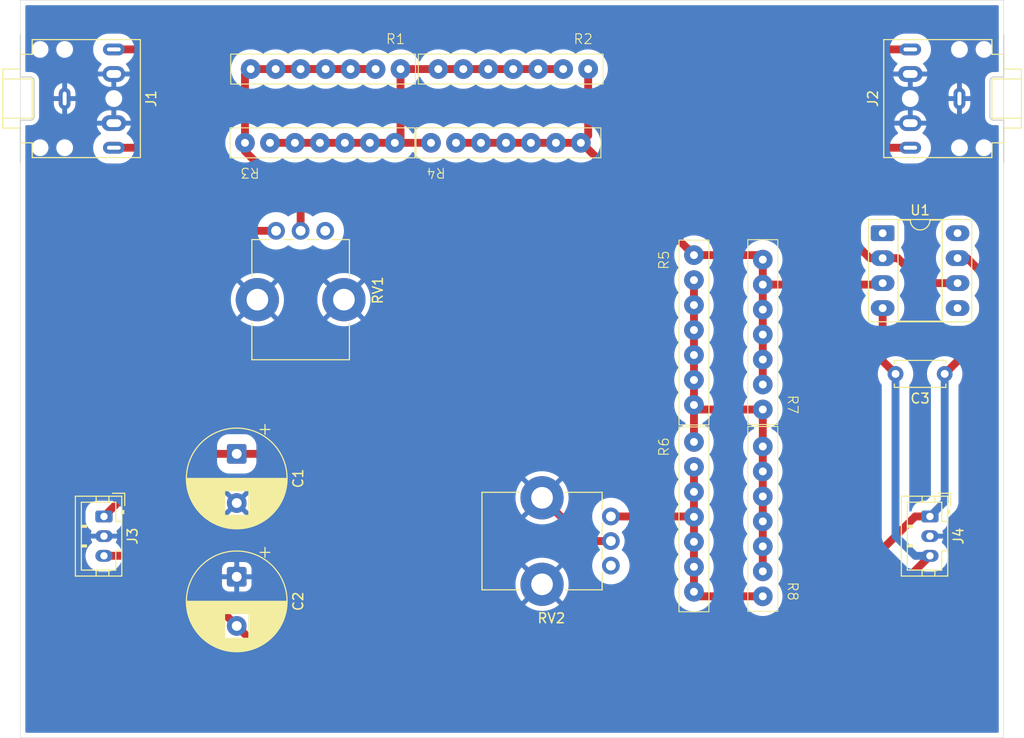
<source format=kicad_pcb>
(kicad_pcb (version 20241229) (generator "pcbnew") (generator_version "9.0")
  (layers (0 "F.Cu" signal) (2 "B.Cu" signal) (13 "F.Paste" user) (15 "B.Paste" user) (5 "F.SilkS" user "F.Silkscreen") (7 "B.SilkS" user "B.Silkscreen") (1 "F.Mask" user) (3 "B.Mask" user) (25 "Edge.Cuts" user))
  (net 0 "")
  (net 1 "GND")
  (net 2 "VDD")
  (net 3 "VEE")
  (net 4 "Net-(R1-Pad2)")
  (net 5 "Net-(R1-Pad1)")
  (net 6 "Net-(U1-+)")
  (net 12 "Net-(J1-PadR)")
  (net 13 "Net-(R5-Pad2)")
  (net 14 "Net-(R6-Pad2)")
  (net 15 "Net-(U1--)")
  (footprint "universal-RLC:Universal-RLC" (layer "F.Cu") (at 125.5 83.492 -90)
    (property "Reference" "R7" (at 7.62 -3.048 270) (layer "F.SilkS") (effects (font (thickness 0.1))))
    (property "Value" "R")
    (pad "1" thru_hole circle (at 8.128 0 270) (size 2 2) (drill 0.8) (layers "*.Cu" "*.Mask") (net 13 "Net-(R5-Pad2)"))
    (pad "2" thru_hole circle (at -7.112 0 270) (size 2 2) (drill 0.8) (layers "*.Cu" "*.Mask") (net 6 "Net-(U1-+)"))
    (pad "2" thru_hole circle (at -4.572 0 270) (size 2 2) (drill 0.8) (layers "*.Cu" "*.Mask") (net 6 "Net-(U1-+)"))
    (pad "2" thru_hole circle (at -2.032 0 270) (size 2 2) (drill 0.8) (layers "*.Cu" "*.Mask") (net 6 "Net-(U1-+)"))
    (pad "2" thru_hole circle (at 0.508 0 270) (size 2 2) (drill 0.8) (layers "*.Cu" "*.Mask") (net 6 "Net-(U1-+)"))
    (pad "2" thru_hole circle (at 3.048 0 270) (size 2 2) (drill 0.8) (layers "*.Cu" "*.Mask") (net 6 "Net-(U1-+)"))
    (pad "2" thru_hole circle (at 5.588 0 270) (size 2 2) (drill 0.8) (layers "*.Cu" "*.Mask") (net 6 "Net-(U1-+)"))
  )
  (footprint "universal-RLC:Universal-RLC" (layer "F.Cu") (at 99.888 64.5 180)
    (property "Reference" "R4" (at 7.62 -3.048 180) (layer "F.SilkS") (effects (font (thickness 0.1))))
    (property "Value" "R")
    (pad "1" thru_hole circle (at 8.128 0 180) (size 2 2) (drill 0.8) (layers "*.Cu" "*.Mask") (net 5 "Net-(R1-Pad1)"))
    (pad "2" thru_hole circle (at -7.112 0 180) (size 2 2) (drill 0.8) (layers "*.Cu" "*.Mask") (net 6 "Net-(U1-+)"))
    (pad "2" thru_hole circle (at -4.572 0 180) (size 2 2) (drill 0.8) (layers "*.Cu" "*.Mask") (net 6 "Net-(U1-+)"))
    (pad "2" thru_hole circle (at -2.032 0 180) (size 2 2) (drill 0.8) (layers "*.Cu" "*.Mask") (net 6 "Net-(U1-+)"))
    (pad "2" thru_hole circle (at 0.508 0 180) (size 2 2) (drill 0.8) (layers "*.Cu" "*.Mask") (net 6 "Net-(U1-+)"))
    (pad "2" thru_hole circle (at 3.048 0 180) (size 2 2) (drill 0.8) (layers "*.Cu" "*.Mask") (net 6 "Net-(U1-+)"))
    (pad "2" thru_hole circle (at 5.588 0 180) (size 2 2) (drill 0.8) (layers "*.Cu" "*.Mask") (net 6 "Net-(U1-+)"))
  )
  (footprint "Capacitor_THT:CP_Radial_D10.0mm_P5.00mm" (layer "F.Cu") (at 72 96.132323 -90)
    (property "Reference" "C1" (at 2.5 -6.25 90) (layer "F.SilkS"))
    (property "Value" "C_Polarized")
    (pad "1" thru_hole roundrect (at 0 0 270) (size 2 2) (drill 1) (layers "*.Cu" "*.Mask") (roundrect_rratio 0.125) (net 2 "VDD"))
    (pad "2" thru_hole circle (at 5 0 270) (size 2 2) (drill 1) (layers "*.Cu" "*.Mask") (net 1 "GND"))
  )
  (footprint "Connector_JST:JST_PH_B3B-PH-K_1x03_P2.00mm_Vertical" (layer "F.Cu") (at 142.5 102.5 -90)
    (property "Reference" "J4" (at 2 -2.9 90) (layer "F.SilkS"))
    (property "Value" "Conn_01x03")
    (pad "1" thru_hole roundrect (at 0 0 270) (size 1.2 1.75) (drill 0.75) (layers "*.Cu" "*.Mask") (roundrect_rratio 0.208333) (net 2 "VDD"))
    (pad "2" thru_hole oval (at 2 0 270) (size 1.2 1.75) (drill 0.75) (layers "*.Cu" "*.Mask") (net 1 "GND"))
    (pad "3" thru_hole oval (at 4 0 270) (size 1.2 1.75) (drill 0.75) (layers "*.Cu" "*.Mask") (net 3 "VEE"))
  )
  (footprint "universal-RLC:Universal-RLC" (layer "F.Cu") (at 118.5 103.048 90)
    (property "Reference" "R6" (at 7.62 -3.048 90) (layer "F.SilkS") (effects (font (thickness 0.1))))
    (property "Value" "R")
    (pad "1" thru_hole circle (at 8.128 0 90) (size 2 2) (drill 0.8) (layers "*.Cu" "*.Mask") (net 13 "Net-(R5-Pad2)"))
    (pad "2" thru_hole circle (at -7.112 0 90) (size 2 2) (drill 0.8) (layers "*.Cu" "*.Mask") (net 14 "Net-(R6-Pad2)"))
    (pad "2" thru_hole circle (at -4.572 0 90) (size 2 2) (drill 0.8) (layers "*.Cu" "*.Mask") (net 14 "Net-(R6-Pad2)"))
    (pad "2" thru_hole circle (at -2.032 0 90) (size 2 2) (drill 0.8) (layers "*.Cu" "*.Mask") (net 14 "Net-(R6-Pad2)"))
    (pad "2" thru_hole circle (at 0.508 0 90) (size 2 2) (drill 0.8) (layers "*.Cu" "*.Mask") (net 14 "Net-(R6-Pad2)"))
    (pad "2" thru_hole circle (at 3.048 0 90) (size 2 2) (drill 0.8) (layers "*.Cu" "*.Mask") (net 14 "Net-(R6-Pad2)"))
    (pad "2" thru_hole circle (at 5.588 0 90) (size 2 2) (drill 0.8) (layers "*.Cu" "*.Mask") (net 14 "Net-(R6-Pad2)"))
  )
  (footprint "universal-RLC:Universal-RLC" (layer "F.Cu") (at 80.532 57)
    (property "Reference" "R1" (at 7.62 -3.048 0) (layer "F.SilkS") (effects (font (thickness 0.1))))
    (property "Value" "R")
    (pad "1" thru_hole circle (at 8.128 0) (size 2 2) (drill 0.8) (layers "*.Cu" "*.Mask") (net 5 "Net-(R1-Pad1)"))
    (pad "2" thru_hole circle (at -7.112 0) (size 2 2) (drill 0.8) (layers "*.Cu" "*.Mask") (net 4 "Net-(R1-Pad2)"))
    (pad "2" thru_hole circle (at -4.572 0) (size 2 2) (drill 0.8) (layers "*.Cu" "*.Mask") (net 4 "Net-(R1-Pad2)"))
    (pad "2" thru_hole circle (at -2.032 0) (size 2 2) (drill 0.8) (layers "*.Cu" "*.Mask") (net 4 "Net-(R1-Pad2)"))
    (pad "2" thru_hole circle (at 0.508 0) (size 2 2) (drill 0.8) (layers "*.Cu" "*.Mask") (net 4 "Net-(R1-Pad2)"))
    (pad "2" thru_hole circle (at 3.048 0) (size 2 2) (drill 0.8) (layers "*.Cu" "*.Mask") (net 4 "Net-(R1-Pad2)"))
    (pad "2" thru_hole circle (at 5.588 0) (size 2 2) (drill 0.8) (layers "*.Cu" "*.Mask") (net 4 "Net-(R1-Pad2)"))
  )
  (footprint "Potentiometer_THT:Potentiometer_Bourns_PTV09A-1_Single_Vertical" (layer "F.Cu") (at 110.05 102.5 180)
    (property "Reference" "RV2" (at 6.05 -10.35 0) (layer "F.SilkS"))
    (property "Value" "R_Potentiometer_MountingPin")
    (pad "1" thru_hole circle (at 0 0 180) (size 1.8 1.8) (drill 1) (layers "*.Cu" "*.Mask") (net 14 "Net-(R6-Pad2)"))
    (pad "2" thru_hole circle (at 0 -2.5 180) (size 1.8 1.8) (drill 1) (layers "*.Cu" "*.Mask") (net 1 "GND"))
    (pad "3" thru_hole circle (at 0 -5 180) (size 1.8 1.8) (drill 1) (layers "*.Cu" "*.Mask"))
    (pad "MP" thru_hole circle (at 7 -6.9 180) (size 4.4 4.4) (drill 2.2) (layers "*.Cu" "*.Mask") (net 1 "GND"))
    (pad "MP" thru_hole circle (at 7 1.9 180) (size 4.4 4.4) (drill 2.2) (layers "*.Cu" "*.Mask") (net 1 "GND"))
  )
  (footprint "Capacitor_THT:C_Disc_D5.0mm_W2.5mm_P5.00mm" (layer "F.Cu") (at 144 88 180)
    (property "Reference" "C3" (at 2.5 -2.5 0) (layer "F.SilkS"))
    (property "Value" "C")
    (pad "1" thru_hole circle (at 0 0 180) (size 1.6 1.6) (drill 0.8) (layers "*.Cu" "*.Mask") (net 2 "VDD"))
    (pad "2" thru_hole circle (at 5 0 180) (size 1.6 1.6) (drill 0.8) (layers "*.Cu" "*.Mask") (net 3 "VEE"))
  )
  (footprint "Potentiometer_THT:Potentiometer_Bourns_PTV09A-1_Single_Vertical" (layer "F.Cu") (at 76 73.45 -90)
    (property "Reference" "RV1" (at 6.05 -10.35 90) (layer "F.SilkS"))
    (property "Value" "R_Potentiometer_MountingPin")
    (pad "1" thru_hole circle (at 0 0 270) (size 1.8 1.8) (drill 1) (layers "*.Cu" "*.Mask") (net 12 "Net-(J1-PadR)"))
    (pad "2" thru_hole circle (at 0 -2.5 270) (size 1.8 1.8) (drill 1) (layers "*.Cu" "*.Mask") (net 4 "Net-(R1-Pad2)"))
    (pad "3" thru_hole circle (at 0 -5 270) (size 1.8 1.8) (drill 1) (layers "*.Cu" "*.Mask"))
    (pad "MP" thru_hole circle (at 7 -6.9 270) (size 4.4 4.4) (drill 2.2) (layers "*.Cu" "*.Mask") (net 1 "GND"))
    (pad "MP" thru_hole circle (at 7 1.9 270) (size 4.4 4.4) (drill 2.2) (layers "*.Cu" "*.Mask") (net 1 "GND"))
  )
  (footprint "Connector_Audio:Jack_3.5mm_CUI_SJ1-3525N_Horizontal" (layer "F.Cu") (at 54.5 60 -90)
    (property "Reference" "J1" (at 0 -8.8 90) (layer "F.SilkS"))
    (property "Value" "AudioJack3_SwitchTR")
    (fp_line (start -2.2 4.5) (end -6.5 4.5) (stroke (width 0.12)) (layer "Edge.Cuts"))
    (fp_line (start 2.2 4.5) (end 6.5 4.5) (stroke (width 0.12)) (layer "Edge.Cuts"))
    (fp_line (start -2.2 3.5) (end -2.2 4.5) (stroke (width 0.12)) (layer "Edge.Cuts"))
    (fp_line (start 2.2 3.5) (end 2.2 4.5) (stroke (width 0.12)) (layer "Edge.Cuts"))
    (fp_line (start 1.8 3.1) (end -1.8 3.1) (stroke (width 0.12)) (layer "Edge.Cuts"))
    (fp_arc (start -2.2 3.5) (mid -2.082842 3.217158) (end -1.8 3.1) (stroke (width 0.12)) (layer "Edge.Cuts"))
    (fp_arc (start 1.8 3.1) (mid 2.082843 3.217157) (end 2.2 3.5) (stroke (width 0.12)) (layer "Edge.Cuts"))
    (pad "" np_thru_hole circle (at -5 0 270) (size 1.2 1.2) (drill 1.2) (layers "*.Cu" "*.Mask"))
    (pad "" np_thru_hole circle (at -5 2.5 270) (size 1.2 1.2) (drill 1.2) (layers "*.Cu" "*.Mask"))
    (pad "" np_thru_hole circle (at 0 -5 270) (size 1.2 1.2) (drill 1.2) (layers "*.Cu" "*.Mask"))
    (pad "" np_thru_hole circle (at 5 0 270) (size 1.2 1.2) (drill 1.2) (layers "*.Cu" "*.Mask"))
    (pad "" np_thru_hole circle (at 5 2.5 270) (size 1.2 1.2) (drill 1.2) (layers "*.Cu" "*.Mask"))
    (pad "R" thru_hole oval (at -5 -5 270) (size 1.2 2.2) (drill oval 0.4 1.4) (layers "*.Cu" "*.Mask") (net 12 "Net-(J1-PadR)"))
    (pad "RN" thru_hole oval (at -2.5 -5 270) (size 1.6 2.3) (drill oval 0.8 1.5) (layers "*.Cu" "*.Mask") (net 1 "GND"))
    (pad "S" thru_hole oval (at 0 0 270) (size 2.2 1.2) (drill oval 1.4 0.4) (layers "*.Cu" "*.Mask") (net 1 "GND"))
    (pad "T" thru_hole oval (at 5 -5 90) (size 1.2 2.2) (drill oval 0.4 1.4) (layers "*.Cu" "*.Mask") (net 12 "Net-(J1-PadR)"))
    (pad "TN" thru_hole oval (at 2.5 -5 90) (size 1.6 2.5) (drill oval 0.8 1.5) (layers "*.Cu" "*.Mask") (net 1 "GND"))
  )
  (footprint "Connector_Audio:Jack_3.5mm_CUI_SJ1-3525N_Horizontal" (layer "F.Cu") (at 145.5 60 90)
    (property "Reference" "J2" (at 0 -8.8 90) (layer "F.SilkS"))
    (property "Value" "AudioJack3_SwitchTR")
    (fp_line (start 1.8 3.1) (end -1.8 3.1) (stroke (width 0.12)) (layer "Edge.Cuts"))
    (fp_line (start 2.2 3.5) (end 2.2 4.5) (stroke (width 0.12)) (layer "Edge.Cuts"))
    (fp_line (start -2.2 3.5) (end -2.2 4.5) (stroke (width 0.12)) (layer "Edge.Cuts"))
    (fp_line (start 2.2 4.5) (end 6.5 4.5) (stroke (width 0.12)) (layer "Edge.Cuts"))
    (fp_line (start -2.2 4.5) (end -6.5 4.5) (stroke (width 0.12)) (layer "Edge.Cuts"))
    (fp_arc (start 1.8 3.1) (mid 2.082843 3.217157) (end 2.2 3.5) (stroke (width 0.12)) (layer "Edge.Cuts"))
    (fp_arc (start -2.2 3.5) (mid -2.082842 3.217158) (end -1.8 3.1) (stroke (width 0.12)) (layer "Edge.Cuts"))
    (pad "" np_thru_hole circle (at -5 0 90) (size 1.2 1.2) (drill 1.2) (layers "*.Cu" "*.Mask"))
    (pad "" np_thru_hole circle (at -5 2.5 90) (size 1.2 1.2) (drill 1.2) (layers "*.Cu" "*.Mask"))
    (pad "" np_thru_hole circle (at 0 -5 90) (size 1.2 1.2) (drill 1.2) (layers "*.Cu" "*.Mask"))
    (pad "" np_thru_hole circle (at 5 0 90) (size 1.2 1.2) (drill 1.2) (layers "*.Cu" "*.Mask"))
    (pad "" np_thru_hole circle (at 5 2.5 90) (size 1.2 1.2) (drill 1.2) (layers "*.Cu" "*.Mask"))
    (pad "R" thru_hole oval (at -5 -5 90) (size 1.2 2.2) (drill oval 0.4 1.4) (layers "*.Cu" "*.Mask") (net 15 "Net-(U1--)"))
    (pad "RN" thru_hole oval (at -2.5 -5 90) (size 1.6 2.3) (drill oval 0.8 1.5) (layers "*.Cu" "*.Mask") (net 1 "GND"))
    (pad "S" thru_hole oval (at 0 0 90) (size 2.2 1.2) (drill oval 1.4 0.4) (layers "*.Cu" "*.Mask") (net 1 "GND"))
    (pad "T" thru_hole oval (at 5 -5 270) (size 1.2 2.2) (drill oval 0.4 1.4) (layers "*.Cu" "*.Mask") (net 15 "Net-(U1--)"))
    (pad "TN" thru_hole oval (at 2.5 -5 270) (size 1.6 2.5) (drill oval 0.8 1.5) (layers "*.Cu" "*.Mask") (net 1 "GND"))
  )
  (footprint "universal-RLC:Universal-RLC" (layer "F.Cu") (at 99.612 57)
    (property "Reference" "R2" (at 7.62 -3.048 0) (layer "F.SilkS") (effects (font (thickness 0.1))))
    (property "Value" "R")
    (pad "1" thru_hole circle (at 8.128 0) (size 2 2) (drill 0.8) (layers "*.Cu" "*.Mask") (net 6 "Net-(U1-+)"))
    (pad "2" thru_hole circle (at -7.112 0) (size 2 2) (drill 0.8) (layers "*.Cu" "*.Mask") (net 5 "Net-(R1-Pad1)"))
    (pad "2" thru_hole circle (at -4.572 0) (size 2 2) (drill 0.8) (layers "*.Cu" "*.Mask") (net 5 "Net-(R1-Pad1)"))
    (pad "2" thru_hole circle (at -2.032 0) (size 2 2) (drill 0.8) (layers "*.Cu" "*.Mask") (net 5 "Net-(R1-Pad1)"))
    (pad "2" thru_hole circle (at 0.508 0) (size 2 2) (drill 0.8) (layers "*.Cu" "*.Mask") (net 5 "Net-(R1-Pad1)"))
    (pad "2" thru_hole circle (at 3.048 0) (size 2 2) (drill 0.8) (layers "*.Cu" "*.Mask") (net 5 "Net-(R1-Pad1)"))
    (pad "2" thru_hole circle (at 5.588 0) (size 2 2) (drill 0.8) (layers "*.Cu" "*.Mask") (net 5 "Net-(R1-Pad1)"))
  )
  (footprint "Connector_JST:JST_PH_B3B-PH-K_1x03_P2.00mm_Vertical" (layer "F.Cu") (at 58.5 102.5 -90)
    (property "Reference" "J3" (at 2 -2.9 90) (layer "F.SilkS"))
    (property "Value" "Conn_01x03")
    (pad "1" thru_hole roundrect (at 0 0 270) (size 1.2 1.75) (drill 0.75) (layers "*.Cu" "*.Mask") (roundrect_rratio 0.208333) (net 2 "VDD"))
    (pad "2" thru_hole oval (at 2 0 270) (size 1.2 1.75) (drill 0.75) (layers "*.Cu" "*.Mask") (net 1 "GND"))
    (pad "3" thru_hole oval (at 4 0 270) (size 1.2 1.75) (drill 0.75) (layers "*.Cu" "*.Mask") (net 3 "VEE"))
  )
  (footprint "Package_DIP:DIP-8_W7.62mm_Socket_LongPads" (layer "F.Cu") (at 137.69 73.69)
    (property "Reference" "U1" (at 3.81 -2.33 0) (layer "F.SilkS"))
    (property "Value" "LM318N")
    (pad "1" thru_hole roundrect (at 0 0) (size 2.4 1.6) (drill 0.8) (layers "*.Cu" "*.Mask") (roundrect_rratio 0.15625))
    (pad "2" thru_hole oval (at 0 2.54) (size 2.4 1.6) (drill 0.8) (layers "*.Cu" "*.Mask") (net 15 "Net-(U1--)"))
    (pad "3" thru_hole oval (at 0 5.08) (size 2.4 1.6) (drill 0.8) (layers "*.Cu" "*.Mask") (net 6 "Net-(U1-+)"))
    (pad "4" thru_hole oval (at 0 7.62) (size 2.4 1.6) (drill 0.8) (layers "*.Cu" "*.Mask") (net 3 "VEE"))
    (pad "5" thru_hole oval (at 7.62 7.62) (size 2.4 1.6) (drill 0.8) (layers "*.Cu" "*.Mask"))
    (pad "6" thru_hole oval (at 7.62 5.08) (size 2.4 1.6) (drill 0.8) (layers "*.Cu" "*.Mask") (net 15 "Net-(U1--)"))
    (pad "7" thru_hole oval (at 7.62 2.54) (size 2.4 1.6) (drill 0.8) (layers "*.Cu" "*.Mask") (net 2 "VDD"))
    (pad "8" thru_hole oval (at 7.62 0) (size 2.4 1.6) (drill 0.8) (layers "*.Cu" "*.Mask"))
  )
  (footprint "Capacitor_THT:CP_Radial_D10.0mm_P5.00mm" (layer "F.Cu") (at 72 108.632323 -90)
    (property "Reference" "C2" (at 2.5 -6.25 90) (layer "F.SilkS"))
    (property "Value" "C_Polarized")
    (pad "1" thru_hole roundrect (at 0 0 270) (size 2 2) (drill 1) (layers "*.Cu" "*.Mask") (roundrect_rratio 0.125) (net 1 "GND"))
    (pad "2" thru_hole circle (at 5 0 270) (size 2 2) (drill 1) (layers "*.Cu" "*.Mask") (net 3 "VEE"))
  )
  (footprint "universal-RLC:Universal-RLC" (layer "F.Cu") (at 80.968 64.5 180)
    (property "Reference" "R3" (at 7.62 -3.048 180) (layer "F.SilkS") (effects (font (thickness 0.1))))
    (property "Value" "R")
    (pad "1" thru_hole circle (at 8.128 0 180) (size 2 2) (drill 0.8) (layers "*.Cu" "*.Mask") (net 4 "Net-(R1-Pad2)"))
    (pad "2" thru_hole circle (at -7.112 0 180) (size 2 2) (drill 0.8) (layers "*.Cu" "*.Mask") (net 5 "Net-(R1-Pad1)"))
    (pad "2" thru_hole circle (at -4.572 0 180) (size 2 2) (drill 0.8) (layers "*.Cu" "*.Mask") (net 5 "Net-(R1-Pad1)"))
    (pad "2" thru_hole circle (at -2.032 0 180) (size 2 2) (drill 0.8) (layers "*.Cu" "*.Mask") (net 5 "Net-(R1-Pad1)"))
    (pad "2" thru_hole circle (at 0.508 0 180) (size 2 2) (drill 0.8) (layers "*.Cu" "*.Mask") (net 5 "Net-(R1-Pad1)"))
    (pad "2" thru_hole circle (at 3.048 0 180) (size 2 2) (drill 0.8) (layers "*.Cu" "*.Mask") (net 5 "Net-(R1-Pad1)"))
    (pad "2" thru_hole circle (at 5.588 0 180) (size 2 2) (drill 0.8) (layers "*.Cu" "*.Mask") (net 5 "Net-(R1-Pad1)"))
  )
  (footprint "universal-RLC:Universal-RLC" (layer "F.Cu") (at 118.5 84.048 90)
    (property "Reference" "R5" (at 7.62 -3.048 90) (layer "F.SilkS") (effects (font (thickness 0.1))))
    (property "Value" "R")
    (pad "1" thru_hole circle (at 8.128 0 90) (size 2 2) (drill 0.8) (layers "*.Cu" "*.Mask") (net 6 "Net-(U1-+)"))
    (pad "2" thru_hole circle (at -7.112 0 90) (size 2 2) (drill 0.8) (layers "*.Cu" "*.Mask") (net 13 "Net-(R5-Pad2)"))
    (pad "2" thru_hole circle (at -4.572 0 90) (size 2 2) (drill 0.8) (layers "*.Cu" "*.Mask") (net 13 "Net-(R5-Pad2)"))
    (pad "2" thru_hole circle (at -2.032 0 90) (size 2 2) (drill 0.8) (layers "*.Cu" "*.Mask") (net 13 "Net-(R5-Pad2)"))
    (pad "2" thru_hole circle (at 0.508 0 90) (size 2 2) (drill 0.8) (layers "*.Cu" "*.Mask") (net 13 "Net-(R5-Pad2)"))
    (pad "2" thru_hole circle (at 3.048 0 90) (size 2 2) (drill 0.8) (layers "*.Cu" "*.Mask") (net 13 "Net-(R5-Pad2)"))
    (pad "2" thru_hole circle (at 5.588 0 90) (size 2 2) (drill 0.8) (layers "*.Cu" "*.Mask") (net 13 "Net-(R5-Pad2)"))
  )
  (footprint "universal-RLC:Universal-RLC" (layer "F.Cu") (at 125.5 102.492 -90)
    (property "Reference" "R8" (at 7.62 -3.048 270) (layer "F.SilkS") (effects (font (thickness 0.1))))
    (property "Value" "R")
    (pad "1" thru_hole circle (at 8.128 0 270) (size 2 2) (drill 0.8) (layers "*.Cu" "*.Mask") (net 14 "Net-(R6-Pad2)"))
    (pad "2" thru_hole circle (at -7.112 0 270) (size 2 2) (drill 0.8) (layers "*.Cu" "*.Mask") (net 13 "Net-(R5-Pad2)"))
    (pad "2" thru_hole circle (at -4.572 0 270) (size 2 2) (drill 0.8) (layers "*.Cu" "*.Mask") (net 13 "Net-(R5-Pad2)"))
    (pad "2" thru_hole circle (at -2.032 0 270) (size 2 2) (drill 0.8) (layers "*.Cu" "*.Mask") (net 13 "Net-(R5-Pad2)"))
    (pad "2" thru_hole circle (at 0.508 0 270) (size 2 2) (drill 0.8) (layers "*.Cu" "*.Mask") (net 13 "Net-(R5-Pad2)"))
    (pad "2" thru_hole circle (at 3.048 0 270) (size 2 2) (drill 0.8) (layers "*.Cu" "*.Mask") (net 13 "Net-(R5-Pad2)"))
    (pad "2" thru_hole circle (at 5.588 0 270) (size 2 2) (drill 0.8) (layers "*.Cu" "*.Mask") (net 13 "Net-(R5-Pad2)"))
  )
  (gr_rect (start 50 50) (end 150 125) (stroke (width 0.05)) (fill no) (layer "Edge.Cuts"))
  (segment (start 107.45 105) (end 103.05 100.6) (width 0.8) (layer "F.Cu") (net 1))
  (segment (start 72 108.632323) (end 72 107.867677) (width 0.8) (layer "F.Cu") (net 1))
  (segment (start 110.05 105) (end 107.45 105) (width 0.8) (layer "F.Cu") (net 1))
  (segment (start 147.911 84.089) (end 147.911 77.858316) (width 0.8) (layer "F.Cu") (net 2))
  (segment (start 127.5 116) (end 84.5 116) (width 0.8) (layer "F.Cu") (net 2))
  (segment (start 82 104) (end 74.132323 96.132323) (width 0.8) (layer "F.Cu") (net 2))
  (segment (start 144 88) (end 147.911 84.089) (width 0.8) (layer "F.Cu") (net 2))
  (segment (start 141 102.5) (end 127.5 116) (width 0.8) (layer "F.Cu") (net 2))
  (segment (start 82 113.5) (end 82 104) (width 0.8) (layer "F.Cu") (net 2))
  (segment (start 74.132323 96.132323) (end 72 96.132323) (width 0.8) (layer "F.Cu") (net 2))
  (segment (start 142.5 102.5) (end 141 102.5) (width 0.8) (layer "F.Cu") (net 2))
  (segment (start 72 96.132323) (end 64.867677 96.132323) (width 0.8) (layer "F.Cu") (net 2))
  (segment (start 64.867677 96.132323) (end 58.5 102.5) (width 0.8) (layer "F.Cu") (net 2))
  (segment (start 146.282684 76.23) (end 145.31 76.23) (width 0.8) (layer "F.Cu") (net 2))
  (segment (start 84.5 116) (end 82 113.5) (width 0.8) (layer "F.Cu") (net 2))
  (segment (start 147.911 77.858316) (end 146.282684 76.23) (width 0.8) (layer "F.Cu") (net 2))
  (segment (start 144 101) (end 142.5 102.5) (width 0.8) (layer "B.Cu") (net 2))
  (segment (start 144 88) (end 144 101) (width 0.8) (layer "B.Cu") (net 2))
  (segment (start 72 113.632323) (end 64.867677 106.5) (width 0.8) (layer "F.Cu") (net 3))
  (segment (start 77.367676 119) (end 76.933838 118.566162) (width 0.8) (layer "F.Cu") (net 3))
  (segment (start 137.69 81.31) (end 137.69 86.69) (width 0.8) (layer "F.Cu") (net 3))
  (segment (start 72 113.632323) (end 76.933838 118.566162) (width 0.8) (layer "F.Cu") (net 3))
  (segment (start 131.75 117.25) (end 130 119) (width 0.8) (layer "F.Cu") (net 3))
  (segment (start 131.75 117.25) (end 142.5 106.5) (width 0.8) (layer "F.Cu") (net 3))
  (segment (start 64.867677 106.5) (end 58.5 106.5) (width 0.8) (layer "F.Cu") (net 3))
  (segment (start 137.69 86.69) (end 139 88) (width 0.8) (layer "F.Cu") (net 3))
  (segment (start 130 119) (end 77.367676 119) (width 0.8) (layer "F.Cu") (net 3))
  (segment (start 139 88) (end 139 104.5) (width 0.8) (layer "B.Cu") (net 3))
  (segment (start 141.001 106.501) (end 142.5 106.501) (width 0.8) (layer "B.Cu") (net 3))
  (segment (start 139 104.5) (end 141.001 106.501) (width 0.8) (layer "B.Cu") (net 3))
  (segment (start 78.5 73.45) (end 78.5 71.015527) (width 0.8) (layer "F.Cu") (net 4))
  (segment (start 73.42 57) (end 86.12 57) (width 0.8) (layer "F.Cu") (net 4))
  (segment (start 72.84 65.355527) (end 72.84 64.5) (width 0.8) (layer "F.Cu") (net 4))
  (segment (start 75.96 57) (end 86.12 57) (width 0.8) (layer "F.Cu") (net 4))
  (segment (start 72.84 57.58) (end 72.84 64.5) (width 0.8) (layer "F.Cu") (net 4))
  (segment (start 78.5 71.015527) (end 72.84 65.355527) (width 0.8) (layer "F.Cu") (net 4))
  (segment (start 73.42 57) (end 72.84 57.58) (width 0.8) (layer "F.Cu") (net 4))
  (segment (start 75.38 64.5) (end 88.08 64.5) (width 0.8) (layer "F.Cu") (net 5))
  (segment (start 91.76 64.5) (end 88.08 64.5) (width 0.8) (layer "F.Cu") (net 5))
  (segment (start 88.66 57) (end 105.2 57) (width 0.8) (layer "F.Cu") (net 5))
  (segment (start 88.08 64.5) (end 88.66 63.92) (width 0.8) (layer "F.Cu") (net 5))
  (segment (start 88.66 63.92) (end 88.66 57) (width 0.8) (layer "F.Cu") (net 5))
  (segment (start 94.3 64.5) (end 107 64.5) (width 0.8) (layer "F.Cu") (net 6))
  (segment (start 125.5 76.38) (end 125.5 89.08) (width 0.8) (layer "F.Cu") (net 6))
  (segment (start 107.08 64.5) (end 118.5 75.92) (width 0.8) (layer "F.Cu") (net 6))
  (segment (start 125.5 78.92) (end 137.54 78.92) (width 0.8) (layer "F.Cu") (net 6))
  (segment (start 125.04 75.92) (end 125.5 76.38) (width 0.8) (layer "F.Cu") (net 6))
  (segment (start 107 64.5) (end 107.08 64.5) (width 0.8) (layer "F.Cu") (net 6))
  (segment (start 107.74 63.76) (end 107 64.5) (width 0.8) (layer "F.Cu") (net 6))
  (segment (start 118.5 75.92) (end 125.04 75.92) (width 0.8) (layer "F.Cu") (net 6))
  (segment (start 107.74 57) (end 107.74 63.76) (width 0.8) (layer "F.Cu") (net 6))
  (segment (start 137.54 78.92) (end 137.69 78.77) (width 0.8) (layer "F.Cu") (net 6))
  (segment (start 59.5 55) (end 60.462684 55) (width 0.8) (layer "F.Cu") (net 12))
  (segment (start 59.5 65) (end 63.5755 65) (width 0.8) (layer "F.Cu") (net 12))
  (segment (start 65.0755 66.5) (end 65.0755 70.4245) (width 0.8) (layer "F.Cu") (net 12))
  (segment (start 63.5755 65) (end 65.0755 66.5) (width 0.8) (layer "F.Cu") (net 12))
  (segment (start 68.101 73.45) (end 65.0755 70.4245) (width 0.8) (layer "F.Cu") (net 12))
  (segment (start 59.5 55) (end 63.5 55) (width 0.8) (layer "F.Cu") (net 12))
  (segment (start 76 73.45) (end 68.101 73.45) (width 0.8) (layer "F.Cu") (net 12))
  (segment (start 63.5 55) (end 65.0755 56.5755) (width 0.8) (layer "F.Cu") (net 12))
  (segment (start 65.0755 56.5755) (end 65.0755 66.5) (width 0.8) (layer "F.Cu") (net 12))
  (segment (start 118.96 91.62) (end 118.5 91.16) (width 0.8) (layer "F.Cu") (net 13))
  (segment (start 118.5 91.16) (end 118.5 78.46) (width 0.8) (layer "F.Cu") (net 13))
  (segment (start 125.5 91.62) (end 125.5 108.08) (width 0.8) (layer "F.Cu") (net 13))
  (segment (start 125.5 91.62) (end 118.96 91.62) (width 0.8) (layer "F.Cu") (net 13))
  (segment (start 118.5 91.16) (end 118.5 94.92) (width 0.8) (layer "F.Cu") (net 13))
  (segment (start 110.05 102.5) (end 118.46 102.5) (width 0.8) (layer "F.Cu") (net 14))
  (segment (start 118.46 102.5) (end 118.5 102.54) (width 0.8) (layer "F.Cu") (net 14))
  (segment (start 118.5 97.46) (end 118.5 110.16) (width 0.8) (layer "F.Cu") (net 14))
  (segment (start 118.5 110.16) (end 118.96 110.62) (width 0.8) (layer "F.Cu") (net 14))
  (segment (start 118.96 110.62) (end 125.5 110.62) (width 0.8) (layer "F.Cu") (net 14))
  (segment (start 139.23 76.23) (end 141.77 78.77) (width 0.8) (layer "F.Cu") (net 15))
  (segment (start 135 74.841794) (end 136.388206 76.23) (width 0.8) (layer "F.Cu") (net 15))
  (segment (start 137.69 76.23) (end 139.23 76.23) (width 0.8) (layer "F.Cu") (net 15))
  (segment (start 136 55) (end 135 56) (width 0.8) (layer "F.Cu") (net 15))
  (segment (start 140.5 65) (end 137 65) (width 0.8) (layer "F.Cu") (net 15))
  (segment (start 137 65) (end 135 67) (width 0.8) (layer "F.Cu") (net 15))
  (segment (start 141.77 78.77) (end 145.31 78.77) (width 0.8) (layer "F.Cu") (net 15))
  (segment (start 135 67) (end 135 74.841794) (width 0.8) (layer "F.Cu") (net 15))
  (segment (start 140.5 55) (end 136 55) (width 0.8) (layer "F.Cu") (net 15))
  (segment (start 136.388206 76.23) (end 137.69 76.23) (width 0.8) (layer "F.Cu") (net 15))
  (segment (start 135 56) (end 135 67) (width 0.8) (layer "F.Cu") (net 15))
  (zone (net 1) (net_name "GND") (layer "B.Cu") (connect_pads (clearance 0.5)) (min_thickness 0.25) (fill yes (thermal_gap 0.5) (thermal_bridge_width 0.5))
    (polygon (pts (xy 50 50) (xy 150 50) (xy 150 125) (xy 50 125)))
  )
)
</source>
